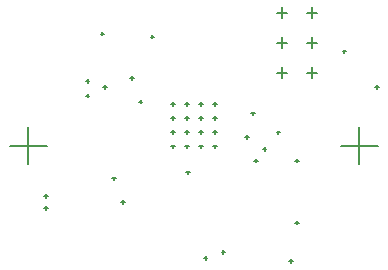
<source format=gbr>
%TF.GenerationSoftware,Altium Limited,Altium Designer,18.0.11 (651)*%
G04 Layer_Color=128*
%FSLAX43Y43*%
%MOMM*%
%TF.FileFunction,Drillmap*%
%TF.Part,Single*%
G01*
G75*
%TA.AperFunction,NonConductor*%
%ADD43C,0.127*%
D43*
X12438Y0D02*
X15562D01*
X14000Y-1562D02*
Y1562D01*
X-15562Y0D02*
X-12438D01*
X-14000Y-1562D02*
Y1562D01*
X9550Y6210D02*
X10450D01*
X10000Y5760D02*
Y6660D01*
X9550Y8750D02*
X10450D01*
X10000Y8300D02*
Y9200D01*
X9550Y11290D02*
X10450D01*
X10000Y10840D02*
Y11740D01*
X7010Y6210D02*
X7910D01*
X7460Y5760D02*
Y6660D01*
X7010Y8750D02*
X7910D01*
X7460Y8300D02*
Y9200D01*
X7010Y11290D02*
X7910D01*
X7460Y10840D02*
Y11740D01*
X-650Y-2250D02*
X-350D01*
X-500Y-2400D02*
Y-2100D01*
X-5400Y5750D02*
X-5100D01*
X-5250Y5600D02*
Y5900D01*
X1635Y3550D02*
X1965D01*
X1800Y3385D02*
Y3715D01*
X1635Y2350D02*
X1965D01*
X1800Y2185D02*
Y2515D01*
X1635Y1150D02*
X1965D01*
X1800Y985D02*
Y1315D01*
X1635Y-50D02*
X1965D01*
X1800Y-215D02*
Y115D01*
X435Y3550D02*
X765D01*
X600Y3385D02*
Y3715D01*
X435Y2350D02*
X765D01*
X600Y2185D02*
Y2515D01*
X435Y1150D02*
X765D01*
X600Y985D02*
Y1315D01*
X435Y-50D02*
X765D01*
X600Y-215D02*
Y115D01*
X-765Y3550D02*
X-435D01*
X-600Y3385D02*
Y3715D01*
X-765Y2350D02*
X-435D01*
X-600Y2185D02*
Y2515D01*
X-765Y1150D02*
X-435D01*
X-600Y985D02*
Y1315D01*
X-765Y-50D02*
X-435D01*
X-600Y-215D02*
Y115D01*
X-1965Y3550D02*
X-1635D01*
X-1800Y3385D02*
Y3715D01*
X-1965Y2350D02*
X-1635D01*
X-1800Y2185D02*
Y2515D01*
X-1965Y1150D02*
X-1635D01*
X-1800Y985D02*
Y1315D01*
X-1965Y-50D02*
X-1635D01*
X-1800Y-215D02*
Y115D01*
X-6900Y-2750D02*
X-6600D01*
X-6750Y-2900D02*
Y-2600D01*
X-6150Y-4750D02*
X-5850D01*
X-6000Y-4900D02*
Y-4600D01*
X8100Y-9750D02*
X8400D01*
X8250Y-9900D02*
Y-9600D01*
X-7900Y9500D02*
X-7600D01*
X-7750Y9350D02*
Y9650D01*
X-3650Y9250D02*
X-3350D01*
X-3500Y9100D02*
Y9400D01*
X5100Y-1250D02*
X5400D01*
X5250Y-1400D02*
Y-1100D01*
X8600Y-1250D02*
X8900D01*
X8750Y-1400D02*
Y-1100D01*
X5850Y-250D02*
X6150D01*
X6000Y-400D02*
Y-100D01*
X4350Y750D02*
X4650D01*
X4500Y600D02*
Y900D01*
X8600Y-6500D02*
X8900D01*
X8750Y-6650D02*
Y-6350D01*
X15350Y5000D02*
X15650D01*
X15500Y4850D02*
Y5150D01*
X-7650Y5000D02*
X-7350D01*
X-7500Y4850D02*
Y5150D01*
X12600Y8000D02*
X12900D01*
X12750Y7850D02*
Y8150D01*
X-9150Y5500D02*
X-8850D01*
X-9000Y5350D02*
Y5650D01*
X4850Y2750D02*
X5150D01*
X5000Y2600D02*
Y2900D01*
X7001Y1151D02*
X7301D01*
X7151Y1001D02*
Y1301D01*
X2350Y-9000D02*
X2650D01*
X2500Y-9150D02*
Y-8850D01*
X850Y-9500D02*
X1150D01*
X1000Y-9650D02*
Y-9350D01*
X-9150Y4250D02*
X-8850D01*
X-9000Y4100D02*
Y4400D01*
X-4650Y3750D02*
X-4350D01*
X-4500Y3600D02*
Y3900D01*
X-12650Y-4250D02*
X-12350D01*
X-12500Y-4400D02*
Y-4100D01*
X-12650Y-5250D02*
X-12350D01*
X-12500Y-5400D02*
Y-5100D01*
%TF.MD5,7b52d1f755a09b7848739b162ce00f95*%
M02*

</source>
